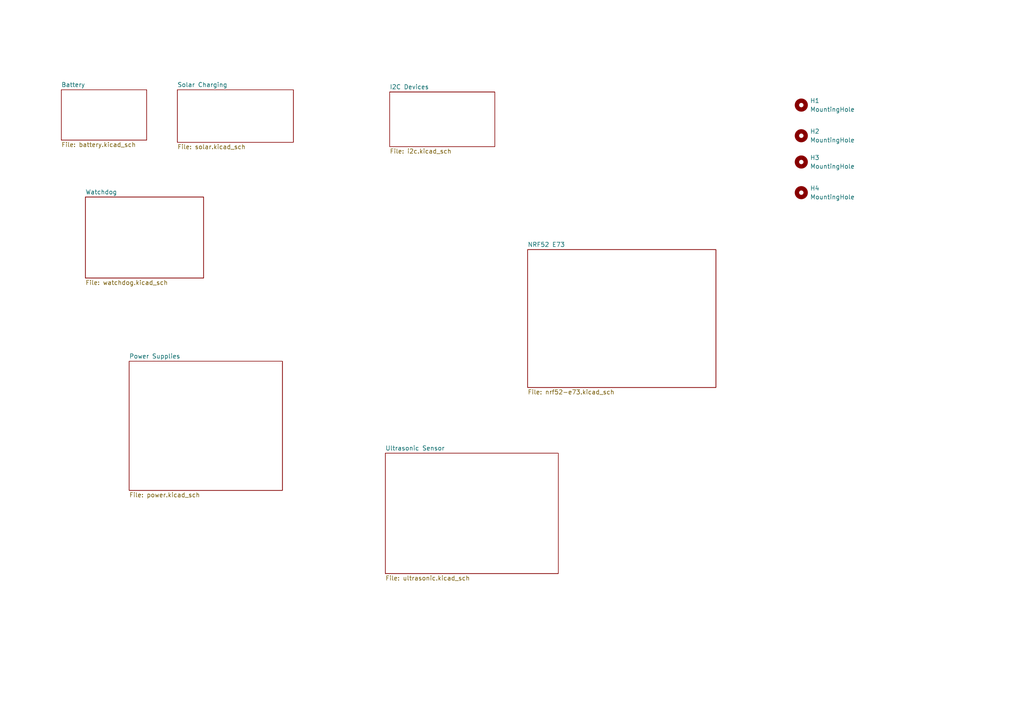
<source format=kicad_sch>
(kicad_sch (version 20231120) (generator "eeschema") (generator_version "8.0")
  (paper "A4")
  (title_block (title "SmarterSilo Main PCB (nRF52-based, E73)") (date "2024-11-26"))
  (lib_symbols
    (symbol "Mechanical:MountingHole" (pin_names (offset 1.016)) (exclude_from_sim yes) (in_bom no)
      (property "Reference" "H" (at 0 5.08 0))
      (property "Value" "MountingHole" (at 0 3.175 0))
      (symbol "MountingHole_0_1"
        (circle (center 0 0) (radius 1.27) (stroke (width 1.27)))
      )
    )
  )
  (symbol (lib_id "Mechanical:MountingHole") (at 232.41 39.37 0) (unit 1) (exclude_from_sim yes) (in_bom no)
    (property "Reference" "H2" (at 234.95 38.0999 0) (effects (justify left)))
    (property "Value" "MountingHole" (at 234.95 40.6399 0) (effects (justify left)))
    (property "Footprint" "MountingHole:MountingHole_3.5mm" (effects (hide yes)))
    (property "Description" "Mounting Hole without connection" (effects (hide yes)))
  )
  (symbol (lib_id "Mechanical:MountingHole") (at 232.41 30.48 0) (unit 1) (exclude_from_sim yes) (in_bom no)
    (property "Reference" "H1" (at 234.95 29.2099 0) (effects (justify left)))
    (property "Value" "MountingHole" (at 234.95 31.7499 0) (effects (justify left)))
    (property "Footprint" "MountingHole:MountingHole_3.5mm" (effects (hide yes)))
    (property "Description" "Mounting Hole without connection" (effects (hide yes)))
  )
  (symbol (lib_id "Mechanical:MountingHole") (at 232.41 46.99 0) (unit 1) (exclude_from_sim yes) (in_bom no)
    (property "Reference" "H3" (at 234.95 45.7199 0) (effects (justify left)))
    (property "Value" "MountingHole" (at 234.95 48.2599 0) (effects (justify left)))
    (property "Footprint" "MountingHole:MountingHole_3.5mm" (effects (hide yes)))
    (property "Description" "Mounting Hole without connection" (effects (hide yes)))
  )
  (symbol (lib_id "Mechanical:MountingHole") (at 232.41 55.88 0) (unit 1) (exclude_from_sim yes) (in_bom no)
    (property "Reference" "H4" (at 234.95 54.6099 0) (effects (justify left)))
    (property "Value" "MountingHole" (at 234.95 57.1499 0) (effects (justify left)))
    (property "Footprint" "MountingHole:MountingHole_3.5mm" (effects (hide yes)))
    (property "Description" "Mounting Hole without connection" (effects (hide yes)))
  )
  (sheet (at 51.435 26.035) (size 33.655 15.24) (stroke (width 0.1524))
    (property "Sheetname" "Solar Charging" (at 51.435 25.3234 0) (effects (justify left bottom)))
    (property "Sheetfile" "solar.kicad_sch" (at 51.435 41.8596 0) (effects (justify left top)))
  )
  (sheet (at 17.78 26.035) (size 24.765 14.605) (stroke (width 0.1524))
    (property "Sheetname" "Battery" (at 17.78 25.3234 0) (effects (justify left bottom)))
    (property "Sheetfile" "battery.kicad_sch" (at 17.78 41.2246 0) (effects (justify left top)))
  )
  (sheet (at 153.035 72.39) (size 54.61 40.005) (stroke (width 0.1524))
    (property "Sheetname" "NRF52 E73" (at 153.035 71.6784 0) (effects (justify left bottom)))
    (property "Sheetfile" "nrf52-e73.kicad_sch" (at 153.035 112.9796 0) (effects (justify left top)))
  )
  (sheet (at 113.03 26.67) (size 30.48 15.875) (stroke (width 0.1524))
    (property "Sheetname" "I2C Devices" (at 113.03 25.9584 0) (effects (justify left bottom)))
    (property "Sheetfile" "i2c.kicad_sch" (at 113.03 43.1296 0) (effects (justify left top)))
  )
  (sheet (at 37.465 104.775) (size 44.45 37.465) (stroke (width 0.1524))
    (property "Sheetname" "Power Supplies" (at 37.465 104.0634 0) (effects (justify left bottom)))
    (property "Sheetfile" "power.kicad_sch" (at 37.465 142.8246 0) (effects (justify left top)))
  )
  (sheet (at 111.76 131.445) (size 50.165 34.925) (stroke (width 0.1524))
    (property "Sheetname" "Ultrasonic Sensor" (at 111.76 130.7334 0) (effects (justify left bottom)))
    (property "Sheetfile" "ultrasonic.kicad_sch" (at 111.76 166.9546 0) (effects (justify left top)))
  )
  (sheet (at 24.765 57.15) (size 34.29 23.495) (stroke (width 0.1524))
    (property "Sheetname" "Watchdog" (at 24.765 56.4384 0) (effects (justify left bottom)))
    (property "Sheetfile" "watchdog.kicad_sch" (at 24.765 81.2296 0) (effects (justify left top)))
  )
)
</source>
